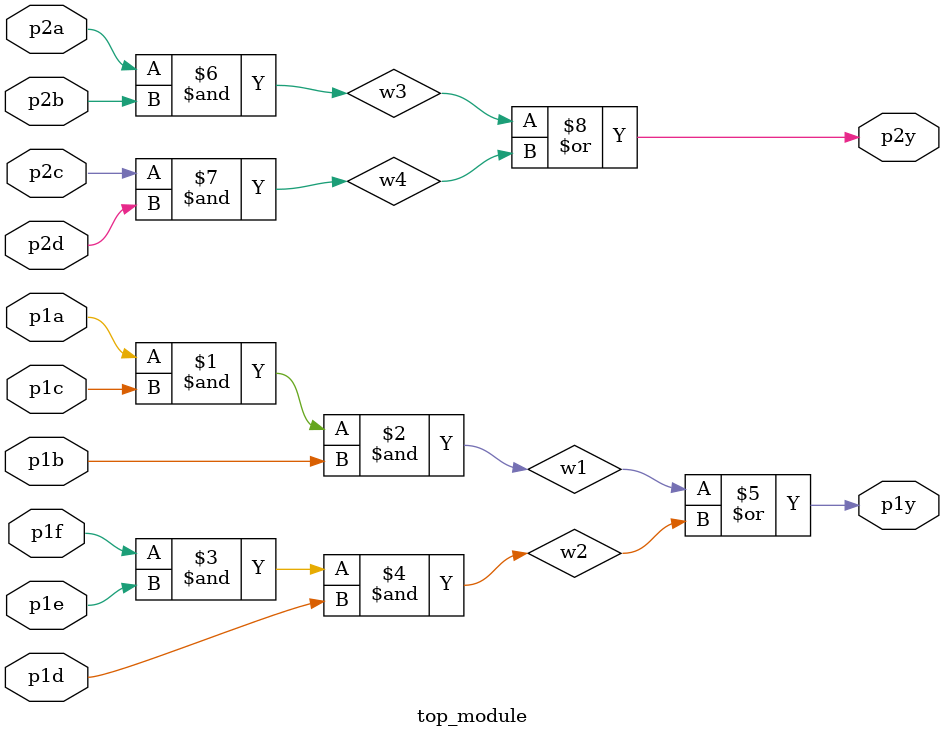
<source format=v>
module top_module ( 
    input p1a, p1b, p1c, p1d, p1e, p1f,
    output p1y,
    input p2a, p2b, p2c, p2d,
    output p2y );
    
    wire w1;
    wire w2;
    
    wire w3;
    wire w4;
    
    assign w1 = p1a & p1c & p1b;
    assign w2 = p1f & p1e & p1d;
    
    assign p1y = w1 | w2;
    
    assign w3 = p2a & p2b;
    assign w4 = p2c & p2d;
    
    assign p2y = w3 | w4;

endmodule

</source>
